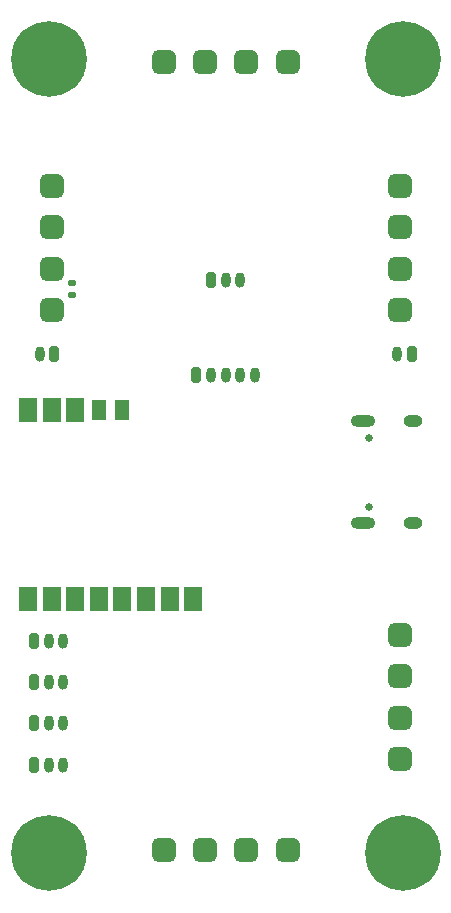
<source format=gbr>
%TF.GenerationSoftware,KiCad,Pcbnew,(5.99.0-7167-g34dbce6bce)*%
%TF.CreationDate,2021-01-04T09:35:53+03:00*%
%TF.ProjectId,ANV,414e562e-6b69-4636-9164-5f7063625858,rev?*%
%TF.SameCoordinates,Original*%
%TF.FileFunction,Soldermask,Bot*%
%TF.FilePolarity,Negative*%
%FSLAX46Y46*%
G04 Gerber Fmt 4.6, Leading zero omitted, Abs format (unit mm)*
G04 Created by KiCad (PCBNEW (5.99.0-7167-g34dbce6bce)) date 2021-01-04 09:35:53*
%MOMM*%
%LPD*%
G01*
G04 APERTURE LIST*
G04 Aperture macros list*
%AMRoundRect*
0 Rectangle with rounded corners*
0 $1 Rounding radius*
0 $2 $3 $4 $5 $6 $7 $8 $9 X,Y pos of 4 corners*
0 Add a 4 corners polygon primitive as box body*
4,1,4,$2,$3,$4,$5,$6,$7,$8,$9,$2,$3,0*
0 Add four circle primitives for the rounded corners*
1,1,$1+$1,$2,$3,0*
1,1,$1+$1,$4,$5,0*
1,1,$1+$1,$6,$7,0*
1,1,$1+$1,$8,$9,0*
0 Add four rect primitives between the rounded corners*
20,1,$1+$1,$2,$3,$4,$5,0*
20,1,$1+$1,$4,$5,$6,$7,0*
20,1,$1+$1,$6,$7,$8,$9,0*
20,1,$1+$1,$8,$9,$2,$3,0*%
G04 Aperture macros list end*
%ADD10RoundRect,0.200000X-0.200000X-0.450000X0.200000X-0.450000X0.200000X0.450000X-0.200000X0.450000X0*%
%ADD11O,0.800000X1.300000*%
%ADD12C,0.800000*%
%ADD13C,6.400000*%
%ADD14RoundRect,0.200000X0.200000X0.450000X-0.200000X0.450000X-0.200000X-0.450000X0.200000X-0.450000X0*%
%ADD15RoundRect,0.500000X-0.500000X-0.500000X0.500000X-0.500000X0.500000X0.500000X-0.500000X0.500000X0*%
%ADD16RoundRect,0.500000X0.500000X-0.500000X0.500000X0.500000X-0.500000X0.500000X-0.500000X-0.500000X0*%
%ADD17C,0.650000*%
%ADD18O,1.600000X1.000000*%
%ADD19O,2.100000X1.000000*%
%ADD20RoundRect,0.500000X0.500000X0.500000X-0.500000X0.500000X-0.500000X-0.500000X0.500000X-0.500000X0*%
%ADD21RoundRect,0.500000X-0.500000X0.500000X-0.500000X-0.500000X0.500000X-0.500000X0.500000X0.500000X0*%
%ADD22RoundRect,0.135000X0.185000X-0.135000X0.185000X0.135000X-0.185000X0.135000X-0.185000X-0.135000X0*%
%ADD23R,1.500000X2.000000*%
%ADD24R,1.300000X1.800000*%
G04 APERTURE END LIST*
D10*
%TO.C,J15*%
X18000000Y-72000000D03*
D11*
X19250000Y-72000000D03*
X20500000Y-72000000D03*
%TD*%
D12*
%TO.C,H3*%
X51650000Y-86510000D03*
X46850000Y-86510000D03*
X50947056Y-84812944D03*
X47552944Y-84812944D03*
X49250000Y-84110000D03*
X49250000Y-88910000D03*
X47552944Y-88207056D03*
X50947056Y-88207056D03*
D13*
X49250000Y-86510000D03*
%TD*%
D10*
%TO.C,J1*%
X31750000Y-46000000D03*
D11*
X33000000Y-46000000D03*
X34250000Y-46000000D03*
X35500000Y-46000000D03*
X36750000Y-46000000D03*
%TD*%
D14*
%TO.C,J9*%
X19749999Y-44250000D03*
D11*
X18499999Y-44250000D03*
%TD*%
D12*
%TO.C,H1*%
X20947056Y-20947056D03*
X19250000Y-21650000D03*
X16850000Y-19250000D03*
X20947056Y-17552944D03*
X21650000Y-19250000D03*
X17552944Y-17552944D03*
X19250000Y-16850000D03*
D13*
X19250000Y-19250000D03*
D12*
X17552944Y-20947056D03*
%TD*%
D10*
%TO.C,J19*%
X18000000Y-79000000D03*
D11*
X19250000Y-79000000D03*
X20500000Y-79000000D03*
%TD*%
D15*
%TO.C,J13*%
X36000000Y-86260000D03*
X39500000Y-86260000D03*
%TD*%
D10*
%TO.C,J18*%
X18000000Y-75500000D03*
D11*
X19250000Y-75500000D03*
X20500000Y-75500000D03*
%TD*%
D16*
%TO.C,J17*%
X49000000Y-78500000D03*
X49000000Y-75000000D03*
%TD*%
D15*
%TO.C,J12*%
X29000000Y-86260000D03*
X32500000Y-86260000D03*
%TD*%
D12*
%TO.C,H2*%
X17552944Y-88207056D03*
X21650000Y-86510000D03*
X17552944Y-84812944D03*
X20947056Y-84812944D03*
D13*
X19250000Y-86510000D03*
D12*
X20947056Y-88207056D03*
X19250000Y-88910000D03*
X16850000Y-86510000D03*
X19250000Y-84110000D03*
%TD*%
D16*
%TO.C,J16*%
X49000000Y-71500000D03*
X49000000Y-68000000D03*
%TD*%
D10*
%TO.C,J14*%
X18000000Y-68500000D03*
D11*
X19250000Y-68500000D03*
X20500000Y-68500000D03*
%TD*%
D17*
%TO.C,J4*%
X46395000Y-51360000D03*
X46395000Y-57140000D03*
D18*
X50075000Y-49930000D03*
D19*
X45895000Y-49930000D03*
X45895000Y-58570000D03*
D18*
X50075000Y-58570000D03*
%TD*%
D20*
%TO.C,J10*%
X32499999Y-19500000D03*
X28999999Y-19500000D03*
%TD*%
D14*
%TO.C,J6*%
X50000000Y-44250000D03*
D11*
X48750000Y-44250000D03*
%TD*%
D16*
%TO.C,J2*%
X49000000Y-40500000D03*
X49000000Y-37000000D03*
%TD*%
D20*
%TO.C,J11*%
X39500000Y-19500000D03*
X36000000Y-19500000D03*
%TD*%
D21*
%TO.C,J8*%
X19500000Y-37000000D03*
X19500000Y-40500000D03*
%TD*%
D16*
%TO.C,J3*%
X49000000Y-33500000D03*
X49000000Y-30000000D03*
%TD*%
D12*
%TO.C,H4*%
X46850000Y-19250000D03*
X51650000Y-19250000D03*
X49250000Y-16850000D03*
X50947056Y-20947056D03*
D13*
X49250000Y-19250000D03*
D12*
X50947056Y-17552944D03*
X47552944Y-17552944D03*
X49250000Y-21650000D03*
X47552944Y-20947056D03*
%TD*%
D10*
%TO.C,J5*%
X33000000Y-38000000D03*
D11*
X34250000Y-38000000D03*
X35500000Y-38000000D03*
%TD*%
D21*
%TO.C,J7*%
X19500000Y-30000000D03*
X19500000Y-33500000D03*
%TD*%
D22*
%TO.C,R44*%
X21250000Y-39260000D03*
X21250000Y-38240000D03*
%TD*%
D23*
%TO.C,U12*%
X17500000Y-49000000D03*
X19500000Y-49000000D03*
X21500000Y-49000000D03*
D24*
X23500000Y-49000000D03*
X25500000Y-49000000D03*
D23*
X31500000Y-65000000D03*
X29500000Y-65000000D03*
X27500000Y-65000000D03*
X25500000Y-65000000D03*
X23500000Y-65000000D03*
X21500000Y-65000000D03*
X19500000Y-65000000D03*
X17500000Y-65000000D03*
%TD*%
M02*

</source>
